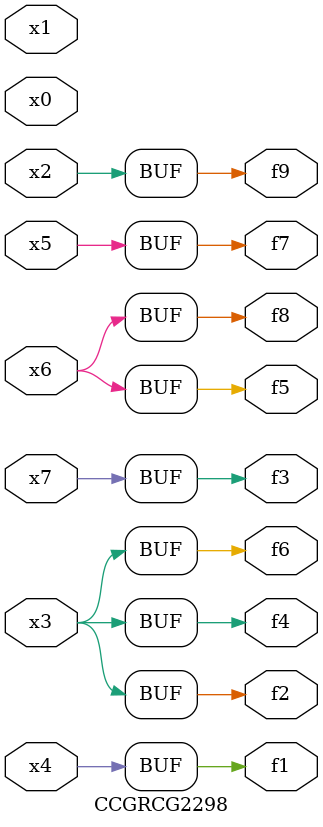
<source format=v>
module CCGRCG2298(
	input x0, x1, x2, x3, x4, x5, x6, x7,
	output f1, f2, f3, f4, f5, f6, f7, f8, f9
);
	assign f1 = x4;
	assign f2 = x3;
	assign f3 = x7;
	assign f4 = x3;
	assign f5 = x6;
	assign f6 = x3;
	assign f7 = x5;
	assign f8 = x6;
	assign f9 = x2;
endmodule

</source>
